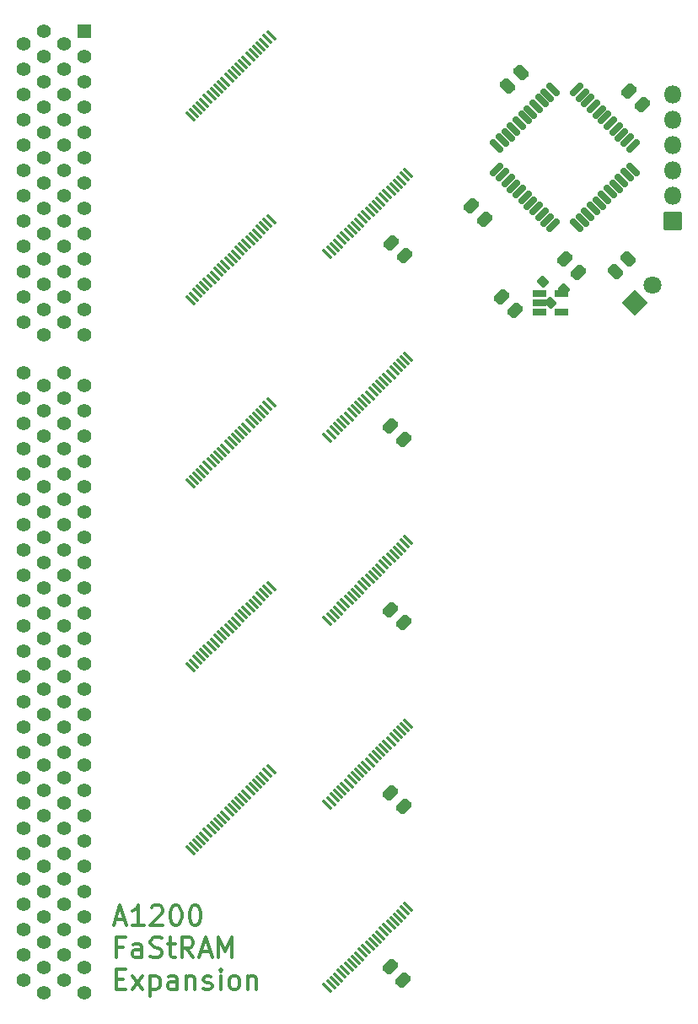
<source format=gts>
G04 #@! TF.GenerationSoftware,KiCad,Pcbnew,6.0.8-f2edbf62ab~116~ubuntu22.04.1*
G04 #@! TF.CreationDate,2022-10-12T19:55:46+02:00*
G04 #@! TF.ProjectId,A1200FaStRamExpansion,41313230-3046-4615-9374-52616d457870,1.0*
G04 #@! TF.SameCoordinates,Original*
G04 #@! TF.FileFunction,Soldermask,Top*
G04 #@! TF.FilePolarity,Negative*
%FSLAX46Y46*%
G04 Gerber Fmt 4.6, Leading zero omitted, Abs format (unit mm)*
G04 Created by KiCad (PCBNEW 6.0.8-f2edbf62ab~116~ubuntu22.04.1) date 2022-10-12 19:55:46*
%MOMM*%
%LPD*%
G01*
G04 APERTURE LIST*
G04 Aperture macros list*
%AMRoundRect*
0 Rectangle with rounded corners*
0 $1 Rounding radius*
0 $2 $3 $4 $5 $6 $7 $8 $9 X,Y pos of 4 corners*
0 Add a 4 corners polygon primitive as box body*
4,1,4,$2,$3,$4,$5,$6,$7,$8,$9,$2,$3,0*
0 Add four circle primitives for the rounded corners*
1,1,$1+$1,$2,$3*
1,1,$1+$1,$4,$5*
1,1,$1+$1,$6,$7*
1,1,$1+$1,$8,$9*
0 Add four rect primitives between the rounded corners*
20,1,$1+$1,$2,$3,$4,$5,0*
20,1,$1+$1,$4,$5,$6,$7,0*
20,1,$1+$1,$6,$7,$8,$9,0*
20,1,$1+$1,$8,$9,$2,$3,0*%
%AMHorizOval*
0 Thick line with rounded ends*
0 $1 width*
0 $2 $3 position (X,Y) of the first rounded end (center of the circle)*
0 $4 $5 position (X,Y) of the second rounded end (center of the circle)*
0 Add line between two ends*
20,1,$1,$2,$3,$4,$5,0*
0 Add two circle primitives to create the rounded ends*
1,1,$1,$2,$3*
1,1,$1,$4,$5*%
G04 Aperture macros list end*
%ADD10C,0.300000*%
%ADD11RoundRect,0.300000X-0.512652X-0.159099X-0.159099X-0.512652X0.512652X0.159099X0.159099X0.512652X0*%
%ADD12RoundRect,0.300000X0.512652X0.159099X0.159099X0.512652X-0.512652X-0.159099X-0.159099X-0.512652X0*%
%ADD13RoundRect,0.050800X0.654000X-0.654000X0.654000X0.654000X-0.654000X0.654000X-0.654000X-0.654000X0*%
%ADD14C,1.409600*%
%ADD15RoundRect,0.187500X0.521491X-0.327037X-0.327037X0.521491X-0.521491X0.327037X0.327037X-0.521491X0*%
%ADD16RoundRect,0.187500X0.521491X0.327037X0.327037X0.521491X-0.521491X-0.327037X-0.327037X-0.521491X0*%
%ADD17RoundRect,0.050000X-0.477297X0.300520X0.300520X-0.477297X0.477297X-0.300520X-0.300520X0.477297X0*%
%ADD18RoundRect,0.200000X-0.512500X-0.150000X0.512500X-0.150000X0.512500X0.150000X-0.512500X0.150000X0*%
%ADD19RoundRect,0.050000X0.601041X-0.035355X-0.035355X0.601041X-0.601041X0.035355X0.035355X-0.601041X0*%
%ADD20RoundRect,0.050000X0.850000X0.850000X-0.850000X0.850000X-0.850000X-0.850000X0.850000X-0.850000X0*%
%ADD21O,1.800000X1.800000*%
%ADD22RoundRect,0.300000X0.159099X-0.512652X0.512652X-0.159099X-0.159099X0.512652X-0.512652X0.159099X0*%
%ADD23RoundRect,0.050000X1.202082X0.000000X0.000000X1.202082X-1.202082X0.000000X0.000000X-1.202082X0*%
%ADD24HorizOval,1.800000X0.000000X0.000000X0.000000X0.000000X0*%
%ADD25RoundRect,0.300000X0.132583X-0.503814X0.503814X-0.132583X-0.132583X0.503814X-0.503814X0.132583X0*%
G04 APERTURE END LIST*
D10*
X89475952Y-146338333D02*
X90428333Y-146338333D01*
X89285476Y-146909761D02*
X89952142Y-144909761D01*
X90618809Y-146909761D01*
X92333095Y-146909761D02*
X91190238Y-146909761D01*
X91761666Y-146909761D02*
X91761666Y-144909761D01*
X91571190Y-145195476D01*
X91380714Y-145385952D01*
X91190238Y-145481190D01*
X93095000Y-145100238D02*
X93190238Y-145005000D01*
X93380714Y-144909761D01*
X93856904Y-144909761D01*
X94047380Y-145005000D01*
X94142619Y-145100238D01*
X94237857Y-145290714D01*
X94237857Y-145481190D01*
X94142619Y-145766904D01*
X92999761Y-146909761D01*
X94237857Y-146909761D01*
X95475952Y-144909761D02*
X95666428Y-144909761D01*
X95856904Y-145005000D01*
X95952142Y-145100238D01*
X96047380Y-145290714D01*
X96142619Y-145671666D01*
X96142619Y-146147857D01*
X96047380Y-146528809D01*
X95952142Y-146719285D01*
X95856904Y-146814523D01*
X95666428Y-146909761D01*
X95475952Y-146909761D01*
X95285476Y-146814523D01*
X95190238Y-146719285D01*
X95095000Y-146528809D01*
X94999761Y-146147857D01*
X94999761Y-145671666D01*
X95095000Y-145290714D01*
X95190238Y-145100238D01*
X95285476Y-145005000D01*
X95475952Y-144909761D01*
X97380714Y-144909761D02*
X97571190Y-144909761D01*
X97761666Y-145005000D01*
X97856904Y-145100238D01*
X97952142Y-145290714D01*
X98047380Y-145671666D01*
X98047380Y-146147857D01*
X97952142Y-146528809D01*
X97856904Y-146719285D01*
X97761666Y-146814523D01*
X97571190Y-146909761D01*
X97380714Y-146909761D01*
X97190238Y-146814523D01*
X97095000Y-146719285D01*
X96999761Y-146528809D01*
X96904523Y-146147857D01*
X96904523Y-145671666D01*
X96999761Y-145290714D01*
X97095000Y-145100238D01*
X97190238Y-145005000D01*
X97380714Y-144909761D01*
X90237857Y-149082142D02*
X89571190Y-149082142D01*
X89571190Y-150129761D02*
X89571190Y-148129761D01*
X90523571Y-148129761D01*
X92142619Y-150129761D02*
X92142619Y-149082142D01*
X92047380Y-148891666D01*
X91856904Y-148796428D01*
X91475952Y-148796428D01*
X91285476Y-148891666D01*
X92142619Y-150034523D02*
X91952142Y-150129761D01*
X91475952Y-150129761D01*
X91285476Y-150034523D01*
X91190238Y-149844047D01*
X91190238Y-149653571D01*
X91285476Y-149463095D01*
X91475952Y-149367857D01*
X91952142Y-149367857D01*
X92142619Y-149272619D01*
X92999761Y-150034523D02*
X93285476Y-150129761D01*
X93761666Y-150129761D01*
X93952142Y-150034523D01*
X94047380Y-149939285D01*
X94142619Y-149748809D01*
X94142619Y-149558333D01*
X94047380Y-149367857D01*
X93952142Y-149272619D01*
X93761666Y-149177380D01*
X93380714Y-149082142D01*
X93190238Y-148986904D01*
X93095000Y-148891666D01*
X92999761Y-148701190D01*
X92999761Y-148510714D01*
X93095000Y-148320238D01*
X93190238Y-148225000D01*
X93380714Y-148129761D01*
X93856904Y-148129761D01*
X94142619Y-148225000D01*
X94714047Y-148796428D02*
X95475952Y-148796428D01*
X94999761Y-148129761D02*
X94999761Y-149844047D01*
X95095000Y-150034523D01*
X95285476Y-150129761D01*
X95475952Y-150129761D01*
X97285476Y-150129761D02*
X96618809Y-149177380D01*
X96142619Y-150129761D02*
X96142619Y-148129761D01*
X96904523Y-148129761D01*
X97095000Y-148225000D01*
X97190238Y-148320238D01*
X97285476Y-148510714D01*
X97285476Y-148796428D01*
X97190238Y-148986904D01*
X97095000Y-149082142D01*
X96904523Y-149177380D01*
X96142619Y-149177380D01*
X98047380Y-149558333D02*
X98999761Y-149558333D01*
X97856904Y-150129761D02*
X98523571Y-148129761D01*
X99190238Y-150129761D01*
X99856904Y-150129761D02*
X99856904Y-148129761D01*
X100523571Y-149558333D01*
X101190238Y-148129761D01*
X101190238Y-150129761D01*
X89571190Y-152302142D02*
X90237857Y-152302142D01*
X90523571Y-153349761D02*
X89571190Y-153349761D01*
X89571190Y-151349761D01*
X90523571Y-151349761D01*
X91190238Y-153349761D02*
X92237857Y-152016428D01*
X91190238Y-152016428D02*
X92237857Y-153349761D01*
X92999761Y-152016428D02*
X92999761Y-154016428D01*
X92999761Y-152111666D02*
X93190238Y-152016428D01*
X93571190Y-152016428D01*
X93761666Y-152111666D01*
X93856904Y-152206904D01*
X93952142Y-152397380D01*
X93952142Y-152968809D01*
X93856904Y-153159285D01*
X93761666Y-153254523D01*
X93571190Y-153349761D01*
X93190238Y-153349761D01*
X92999761Y-153254523D01*
X95666428Y-153349761D02*
X95666428Y-152302142D01*
X95571190Y-152111666D01*
X95380714Y-152016428D01*
X94999761Y-152016428D01*
X94809285Y-152111666D01*
X95666428Y-153254523D02*
X95475952Y-153349761D01*
X94999761Y-153349761D01*
X94809285Y-153254523D01*
X94714047Y-153064047D01*
X94714047Y-152873571D01*
X94809285Y-152683095D01*
X94999761Y-152587857D01*
X95475952Y-152587857D01*
X95666428Y-152492619D01*
X96618809Y-152016428D02*
X96618809Y-153349761D01*
X96618809Y-152206904D02*
X96714047Y-152111666D01*
X96904523Y-152016428D01*
X97190238Y-152016428D01*
X97380714Y-152111666D01*
X97475952Y-152302142D01*
X97475952Y-153349761D01*
X98333095Y-153254523D02*
X98523571Y-153349761D01*
X98904523Y-153349761D01*
X99095000Y-153254523D01*
X99190238Y-153064047D01*
X99190238Y-152968809D01*
X99095000Y-152778333D01*
X98904523Y-152683095D01*
X98618809Y-152683095D01*
X98428333Y-152587857D01*
X98333095Y-152397380D01*
X98333095Y-152302142D01*
X98428333Y-152111666D01*
X98618809Y-152016428D01*
X98904523Y-152016428D01*
X99095000Y-152111666D01*
X100047380Y-153349761D02*
X100047380Y-152016428D01*
X100047380Y-151349761D02*
X99952142Y-151445000D01*
X100047380Y-151540238D01*
X100142619Y-151445000D01*
X100047380Y-151349761D01*
X100047380Y-151540238D01*
X101285476Y-153349761D02*
X101095000Y-153254523D01*
X100999761Y-153159285D01*
X100904523Y-152968809D01*
X100904523Y-152397380D01*
X100999761Y-152206904D01*
X101095000Y-152111666D01*
X101285476Y-152016428D01*
X101571190Y-152016428D01*
X101761666Y-152111666D01*
X101856904Y-152206904D01*
X101952142Y-152397380D01*
X101952142Y-152968809D01*
X101856904Y-153159285D01*
X101761666Y-153254523D01*
X101571190Y-153349761D01*
X101285476Y-153349761D01*
X102809285Y-152016428D02*
X102809285Y-153349761D01*
X102809285Y-152206904D02*
X102904523Y-152111666D01*
X103095000Y-152016428D01*
X103380714Y-152016428D01*
X103571190Y-152111666D01*
X103666428Y-152302142D01*
X103666428Y-153349761D01*
D11*
X117184249Y-78385749D03*
X118527751Y-79729251D03*
X117057249Y-151093249D03*
X118400751Y-152436751D03*
D12*
X142403751Y-64552751D03*
X141060249Y-63209249D03*
D13*
X86360000Y-57150000D03*
D14*
X82296000Y-57150000D03*
X84328000Y-58420000D03*
X80264000Y-58420000D03*
X86360000Y-59690000D03*
X82296000Y-59690000D03*
X84328000Y-60960000D03*
X80264000Y-60960000D03*
X86360000Y-62230000D03*
X82296000Y-62230000D03*
X84328000Y-63500000D03*
X80264000Y-63500000D03*
X86360000Y-64770000D03*
X82296000Y-64770000D03*
X84328000Y-66040000D03*
X80264000Y-66040000D03*
X86360000Y-67310000D03*
X82296000Y-67310000D03*
X84328000Y-68580000D03*
X80264000Y-68580000D03*
X86360000Y-69850000D03*
X82296000Y-69850000D03*
X84328000Y-71120000D03*
X80264000Y-71120000D03*
X86360000Y-72390000D03*
X82296000Y-72390000D03*
X84328000Y-73660000D03*
X80264000Y-73660000D03*
X86360000Y-74930000D03*
X82296000Y-74930000D03*
X84328000Y-76200000D03*
X80264000Y-76200000D03*
X86360000Y-77470000D03*
X82296000Y-77470000D03*
X84328000Y-78740000D03*
X80264000Y-78740000D03*
X86360000Y-80010000D03*
X82296000Y-80010000D03*
X84328000Y-81280000D03*
X80264000Y-81280000D03*
X86360000Y-82550000D03*
X82296000Y-82550000D03*
X84328000Y-83820000D03*
X80264000Y-83820000D03*
X86360000Y-85090000D03*
X82296000Y-85090000D03*
X84328000Y-86360000D03*
X80264000Y-86360000D03*
X86360000Y-87630000D03*
X82296000Y-87630000D03*
X84328000Y-91440000D03*
X80264000Y-91440000D03*
X86360000Y-92710000D03*
X82296000Y-92710000D03*
X84328000Y-93980000D03*
X80264000Y-93980000D03*
X86360000Y-95250000D03*
X82296000Y-95250000D03*
X84328000Y-96520000D03*
X80264000Y-96520000D03*
X86360000Y-97790000D03*
X82296000Y-97790000D03*
X84328000Y-99060000D03*
X80264000Y-99060000D03*
X86360000Y-100330000D03*
X82296000Y-100330000D03*
X84328000Y-101600000D03*
X80264000Y-101600000D03*
X86360000Y-102870000D03*
X82296000Y-102870000D03*
X84328000Y-104140000D03*
X80264000Y-104140000D03*
X86360000Y-105410000D03*
X82296000Y-105410000D03*
X84328000Y-106680000D03*
X80264000Y-106680000D03*
X86360000Y-107950000D03*
X82296000Y-107950000D03*
X84328000Y-109220000D03*
X80264000Y-109220000D03*
X86360000Y-110490000D03*
X82296000Y-110490000D03*
X84328000Y-111760000D03*
X80264000Y-111760000D03*
X86360000Y-113030000D03*
X82296000Y-113030000D03*
X84328000Y-114300000D03*
X80264000Y-114300000D03*
X86360000Y-115570000D03*
X82296000Y-115570000D03*
X84328000Y-116840000D03*
X80264000Y-116840000D03*
X86360000Y-118110000D03*
X82296000Y-118110000D03*
X84328000Y-119380000D03*
X80264000Y-119380000D03*
X86360000Y-120650000D03*
X82296000Y-120650000D03*
X84328000Y-121920000D03*
X80264000Y-121920000D03*
X86360000Y-123190000D03*
X82296000Y-123190000D03*
X84328000Y-124460000D03*
X80264000Y-124460000D03*
X86360000Y-125730000D03*
X82296000Y-125730000D03*
X84328000Y-127000000D03*
X80264000Y-127000000D03*
X86360000Y-128270000D03*
X82296000Y-128270000D03*
X84328000Y-129540000D03*
X80264000Y-129540000D03*
X86360000Y-130810000D03*
X82296000Y-130810000D03*
X84328000Y-132080000D03*
X80264000Y-132080000D03*
X86360000Y-133350000D03*
X82296000Y-133350000D03*
X84328000Y-134620000D03*
X80264000Y-134620000D03*
X86360000Y-135890000D03*
X82296000Y-135890000D03*
X84328000Y-137160000D03*
X80264000Y-137160000D03*
X86360000Y-138430000D03*
X82296000Y-138430000D03*
X84328000Y-139700000D03*
X80264000Y-139700000D03*
X86360000Y-140970000D03*
X82296000Y-140970000D03*
X84328000Y-142240000D03*
X80264000Y-142240000D03*
X86360000Y-143510000D03*
X82296000Y-143510000D03*
X84328000Y-144780000D03*
X80264000Y-144780000D03*
X86360000Y-146050000D03*
X82296000Y-146050000D03*
X84328000Y-147320000D03*
X80264000Y-147320000D03*
X86360000Y-148590000D03*
X82296000Y-148590000D03*
X84328000Y-149860000D03*
X80264000Y-149860000D03*
X86360000Y-151130000D03*
X82296000Y-151130000D03*
X84328000Y-152400000D03*
X80264000Y-152400000D03*
X86360000Y-153670000D03*
X82296000Y-153670000D03*
D15*
X135795565Y-76682419D03*
X136361250Y-76116734D03*
X136926936Y-75551048D03*
X137492621Y-74985363D03*
X138058307Y-74419678D03*
X138623992Y-73853992D03*
X139189678Y-73288307D03*
X139755363Y-72722621D03*
X140321048Y-72156936D03*
X140886734Y-71591250D03*
X141452419Y-71025565D03*
D16*
X141452419Y-68674435D03*
X140886734Y-68108750D03*
X140321048Y-67543064D03*
X139755363Y-66977379D03*
X139189678Y-66411693D03*
X138623992Y-65846008D03*
X138058307Y-65280322D03*
X137492621Y-64714637D03*
X136926936Y-64148952D03*
X136361250Y-63583266D03*
X135795565Y-63017581D03*
D15*
X133444435Y-63017581D03*
X132878750Y-63583266D03*
X132313064Y-64148952D03*
X131747379Y-64714637D03*
X131181693Y-65280322D03*
X130616008Y-65846008D03*
X130050322Y-66411693D03*
X129484637Y-66977379D03*
X128918952Y-67543064D03*
X128353266Y-68108750D03*
X127787581Y-68674435D03*
D16*
X127787581Y-71025565D03*
X128353266Y-71591250D03*
X128918952Y-72156936D03*
X129484637Y-72722621D03*
X130050322Y-73288307D03*
X130616008Y-73853992D03*
X131181693Y-74419678D03*
X131747379Y-74985363D03*
X132313064Y-75551048D03*
X132878750Y-76116734D03*
X133444435Y-76682419D03*
D17*
X105121573Y-57619845D03*
X104768019Y-57973398D03*
X104414466Y-58326952D03*
X104060913Y-58680505D03*
X103707359Y-59034058D03*
X103353806Y-59387612D03*
X103000253Y-59741165D03*
X102646699Y-60094719D03*
X102293146Y-60448272D03*
X101939592Y-60801825D03*
X101586039Y-61155379D03*
X101232486Y-61508932D03*
X100878932Y-61862486D03*
X100525379Y-62216039D03*
X100171825Y-62569592D03*
X99818272Y-62923146D03*
X99464719Y-63276699D03*
X99111165Y-63630253D03*
X98757612Y-63983806D03*
X98404058Y-64337359D03*
X98050505Y-64690913D03*
X97696952Y-65044466D03*
X97343398Y-65398019D03*
X96989845Y-65751573D03*
X110778427Y-79540155D03*
X111131981Y-79186602D03*
X111485534Y-78833048D03*
X111839087Y-78479495D03*
X112192641Y-78125942D03*
X112546194Y-77772388D03*
X112899747Y-77418835D03*
X113253301Y-77065281D03*
X113606854Y-76711728D03*
X113960408Y-76358175D03*
X114313961Y-76004621D03*
X114667514Y-75651068D03*
X115021068Y-75297514D03*
X115374621Y-74943961D03*
X115728175Y-74590408D03*
X116081728Y-74236854D03*
X116435281Y-73883301D03*
X116788835Y-73529747D03*
X117142388Y-73176194D03*
X117495942Y-72822641D03*
X117849495Y-72469087D03*
X118203048Y-72115534D03*
X118556602Y-71761981D03*
X118910155Y-71408427D03*
X105121573Y-112864845D03*
X104768019Y-113218398D03*
X104414466Y-113571952D03*
X104060913Y-113925505D03*
X103707359Y-114279058D03*
X103353806Y-114632612D03*
X103000253Y-114986165D03*
X102646699Y-115339719D03*
X102293146Y-115693272D03*
X101939592Y-116046825D03*
X101586039Y-116400379D03*
X101232486Y-116753932D03*
X100878932Y-117107486D03*
X100525379Y-117461039D03*
X100171825Y-117814592D03*
X99818272Y-118168146D03*
X99464719Y-118521699D03*
X99111165Y-118875253D03*
X98757612Y-119228806D03*
X98404058Y-119582359D03*
X98050505Y-119935913D03*
X97696952Y-120289466D03*
X97343398Y-120643019D03*
X96989845Y-120996573D03*
X110778427Y-134785155D03*
X111131981Y-134431602D03*
X111485534Y-134078048D03*
X111839087Y-133724495D03*
X112192641Y-133370942D03*
X112546194Y-133017388D03*
X112899747Y-132663835D03*
X113253301Y-132310281D03*
X113606854Y-131956728D03*
X113960408Y-131603175D03*
X114313961Y-131249621D03*
X114667514Y-130896068D03*
X115021068Y-130542514D03*
X115374621Y-130188961D03*
X115728175Y-129835408D03*
X116081728Y-129481854D03*
X116435281Y-129128301D03*
X116788835Y-128774747D03*
X117142388Y-128421194D03*
X117495942Y-128067641D03*
X117849495Y-127714087D03*
X118203048Y-127360534D03*
X118556602Y-127006981D03*
X118910155Y-126653427D03*
X105121573Y-76034845D03*
X104768019Y-76388398D03*
X104414466Y-76741952D03*
X104060913Y-77095505D03*
X103707359Y-77449058D03*
X103353806Y-77802612D03*
X103000253Y-78156165D03*
X102646699Y-78509719D03*
X102293146Y-78863272D03*
X101939592Y-79216825D03*
X101586039Y-79570379D03*
X101232486Y-79923932D03*
X100878932Y-80277486D03*
X100525379Y-80631039D03*
X100171825Y-80984592D03*
X99818272Y-81338146D03*
X99464719Y-81691699D03*
X99111165Y-82045253D03*
X98757612Y-82398806D03*
X98404058Y-82752359D03*
X98050505Y-83105913D03*
X97696952Y-83459466D03*
X97343398Y-83813019D03*
X96989845Y-84166573D03*
X110778427Y-97955155D03*
X111131981Y-97601602D03*
X111485534Y-97248048D03*
X111839087Y-96894495D03*
X112192641Y-96540942D03*
X112546194Y-96187388D03*
X112899747Y-95833835D03*
X113253301Y-95480281D03*
X113606854Y-95126728D03*
X113960408Y-94773175D03*
X114313961Y-94419621D03*
X114667514Y-94066068D03*
X115021068Y-93712514D03*
X115374621Y-93358961D03*
X115728175Y-93005408D03*
X116081728Y-92651854D03*
X116435281Y-92298301D03*
X116788835Y-91944747D03*
X117142388Y-91591194D03*
X117495942Y-91237641D03*
X117849495Y-90884087D03*
X118203048Y-90530534D03*
X118556602Y-90176981D03*
X118910155Y-89823427D03*
X105121573Y-131279845D03*
X104768019Y-131633398D03*
X104414466Y-131986952D03*
X104060913Y-132340505D03*
X103707359Y-132694058D03*
X103353806Y-133047612D03*
X103000253Y-133401165D03*
X102646699Y-133754719D03*
X102293146Y-134108272D03*
X101939592Y-134461825D03*
X101586039Y-134815379D03*
X101232486Y-135168932D03*
X100878932Y-135522486D03*
X100525379Y-135876039D03*
X100171825Y-136229592D03*
X99818272Y-136583146D03*
X99464719Y-136936699D03*
X99111165Y-137290253D03*
X98757612Y-137643806D03*
X98404058Y-137997359D03*
X98050505Y-138350913D03*
X97696952Y-138704466D03*
X97343398Y-139058019D03*
X96989845Y-139411573D03*
X110778427Y-153200155D03*
X111131981Y-152846602D03*
X111485534Y-152493048D03*
X111839087Y-152139495D03*
X112192641Y-151785942D03*
X112546194Y-151432388D03*
X112899747Y-151078835D03*
X113253301Y-150725281D03*
X113606854Y-150371728D03*
X113960408Y-150018175D03*
X114313961Y-149664621D03*
X114667514Y-149311068D03*
X115021068Y-148957514D03*
X115374621Y-148603961D03*
X115728175Y-148250408D03*
X116081728Y-147896854D03*
X116435281Y-147543301D03*
X116788835Y-147189747D03*
X117142388Y-146836194D03*
X117495942Y-146482641D03*
X117849495Y-146129087D03*
X118203048Y-145775534D03*
X118556602Y-145421981D03*
X118910155Y-145068427D03*
X105121573Y-94449845D03*
X104768019Y-94803398D03*
X104414466Y-95156952D03*
X104060913Y-95510505D03*
X103707359Y-95864058D03*
X103353806Y-96217612D03*
X103000253Y-96571165D03*
X102646699Y-96924719D03*
X102293146Y-97278272D03*
X101939592Y-97631825D03*
X101586039Y-97985379D03*
X101232486Y-98338932D03*
X100878932Y-98692486D03*
X100525379Y-99046039D03*
X100171825Y-99399592D03*
X99818272Y-99753146D03*
X99464719Y-100106699D03*
X99111165Y-100460253D03*
X98757612Y-100813806D03*
X98404058Y-101167359D03*
X98050505Y-101520913D03*
X97696952Y-101874466D03*
X97343398Y-102228019D03*
X96989845Y-102581573D03*
X110778427Y-116370155D03*
X111131981Y-116016602D03*
X111485534Y-115663048D03*
X111839087Y-115309495D03*
X112192641Y-114955942D03*
X112546194Y-114602388D03*
X112899747Y-114248835D03*
X113253301Y-113895281D03*
X113606854Y-113541728D03*
X113960408Y-113188175D03*
X114313961Y-112834621D03*
X114667514Y-112481068D03*
X115021068Y-112127514D03*
X115374621Y-111773961D03*
X115728175Y-111420408D03*
X116081728Y-111066854D03*
X116435281Y-110713301D03*
X116788835Y-110359747D03*
X117142388Y-110006194D03*
X117495942Y-109652641D03*
X117849495Y-109299087D03*
X118203048Y-108945534D03*
X118556602Y-108591981D03*
X118910155Y-108238427D03*
D11*
X117120749Y-115215749D03*
X118464251Y-116559251D03*
X117120749Y-133630749D03*
X118464251Y-134974251D03*
X117120749Y-96800749D03*
X118464251Y-98144251D03*
D18*
X132037500Y-83505000D03*
X132037500Y-84455000D03*
X132037500Y-85405000D03*
X134312500Y-85405000D03*
X134312500Y-83505000D03*
D19*
X133197600Y-84429600D03*
X134541103Y-83086097D03*
X132455138Y-82343635D03*
D11*
X128261162Y-83811162D03*
X129604664Y-85154664D03*
X125248749Y-74702749D03*
X126592251Y-76046251D03*
X134611162Y-80001162D03*
X135954664Y-81344664D03*
D20*
X145415000Y-76200000D03*
D21*
X145415000Y-73660000D03*
X145415000Y-71120000D03*
X145415000Y-68580000D03*
X145415000Y-66040000D03*
X145415000Y-63500000D03*
D22*
X128868249Y-62647751D03*
X130211751Y-61304249D03*
D23*
X141605000Y-84455000D03*
D24*
X143401051Y-82658949D03*
D25*
X139689765Y-81290235D03*
X140980235Y-79999765D03*
M02*

</source>
